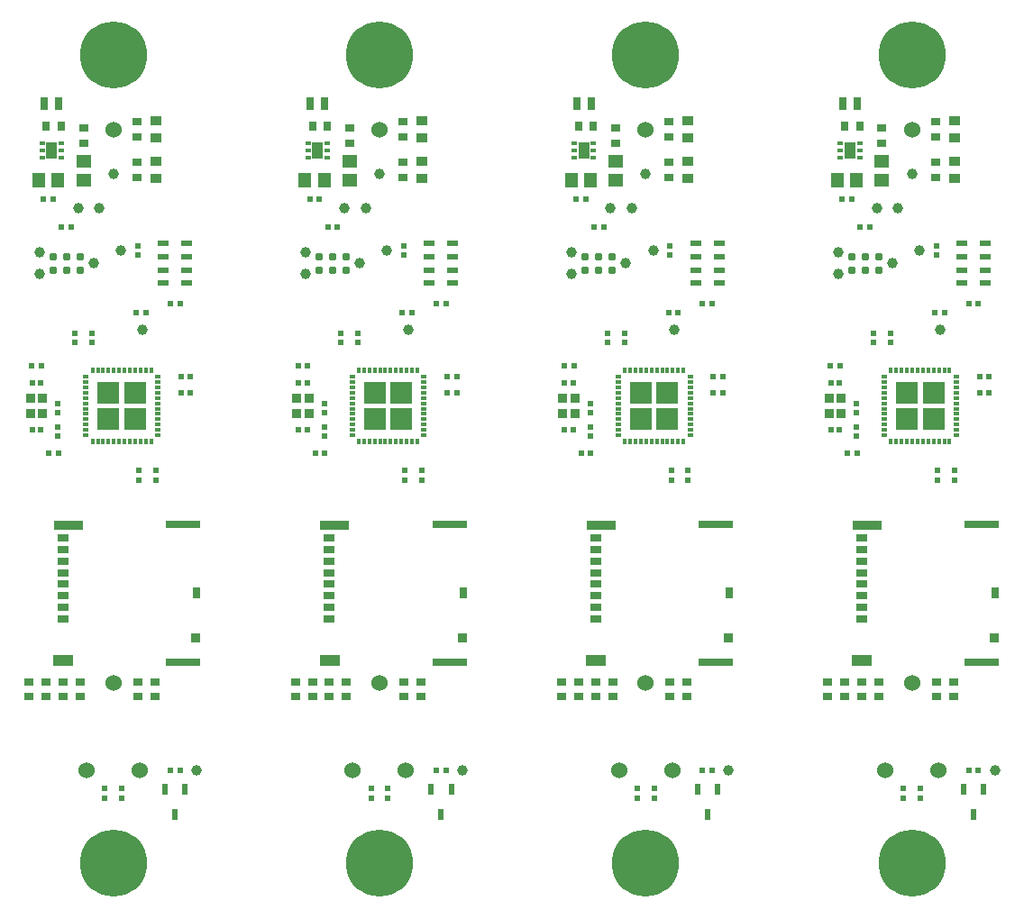
<source format=gts>
G04 #@! TF.GenerationSoftware,KiCad,Pcbnew,no-vcs-found-835c19f~60~ubuntu16.04.1*
G04 #@! TF.CreationDate,2017-10-18T23:44:36+01:00*
G04 #@! TF.ProjectId,panel_altimeter,70616E656C5F616C74696D657465722E,rev?*
G04 #@! TF.SameCoordinates,Original*
G04 #@! TF.FileFunction,Soldermask,Top*
G04 #@! TF.FilePolarity,Negative*
%FSLAX46Y46*%
G04 Gerber Fmt 4.6, Leading zero omitted, Abs format (unit mm)*
G04 Created by KiCad (PCBNEW no-vcs-found-835c19f~60~ubuntu16.04.1) date Wed Oct 18 23:44:36 2017*
%MOMM*%
%LPD*%
G01*
G04 APERTURE LIST*
%ADD10R,0.900000X0.750000*%
%ADD11R,0.620000X0.620000*%
%ADD12R,1.000000X0.950000*%
%ADD13R,0.750000X0.900000*%
%ADD14C,1.000000*%
%ADD15R,1.100000X0.600000*%
%ADD16C,0.600000*%
%ADD17C,6.300000*%
%ADD18R,1.450000X1.150000*%
%ADD19C,1.524000*%
%ADD20C,0.787000*%
%ADD21R,0.600000X1.000000*%
%ADD22R,0.520000X0.520000*%
%ADD23R,0.500000X0.400000*%
%ADD24R,1.000000X1.600000*%
%ADD25R,2.002000X2.002000*%
%ADD26R,0.300000X0.550000*%
%ADD27R,0.550000X0.300000*%
%ADD28R,0.850000X0.950000*%
%ADD29R,0.750000X1.300000*%
%ADD30R,0.780000X1.050000*%
%ADD31R,0.930000X0.900000*%
%ADD32R,3.330000X0.700000*%
%ADD33R,2.800000X0.860000*%
%ADD34R,1.830000X1.140000*%
%ADD35R,1.100000X0.700000*%
%ADD36R,1.150000X1.450000*%
G04 APERTURE END LIST*
D10*
X100700000Y-92300000D03*
X100700000Y-90900000D03*
X110900000Y-92300000D03*
X110900000Y-90900000D03*
D11*
X99350000Y-61200000D03*
X100250000Y-61200000D03*
D12*
X111000000Y-43600000D03*
X111000000Y-42000000D03*
D10*
X99100000Y-92300000D03*
X99100000Y-90900000D03*
D13*
X102100000Y-38700000D03*
X100700000Y-38700000D03*
D11*
X101800000Y-66950000D03*
X101800000Y-67850000D03*
X111000000Y-71950000D03*
X111000000Y-71050000D03*
D14*
X105700000Y-46400000D03*
D15*
X111700000Y-53475000D03*
X111700000Y-52225000D03*
X111700000Y-50975000D03*
X111700000Y-49725000D03*
X113900000Y-49725000D03*
X113900000Y-50975000D03*
X113900000Y-52225000D03*
X113900000Y-53475000D03*
D11*
X109400000Y-71050000D03*
X109400000Y-71950000D03*
D14*
X103700000Y-46400000D03*
D11*
X113250000Y-99200000D03*
X112350000Y-99200000D03*
D16*
X108800000Y-33800000D03*
X105200000Y-33800000D03*
X108800000Y-30200000D03*
X105200000Y-30200000D03*
X104500000Y-32000000D03*
X107000000Y-34500000D03*
X109500000Y-32000000D03*
X107000000Y-29500000D03*
D17*
X107000000Y-32000000D03*
D11*
X105000000Y-59050000D03*
X105000000Y-58150000D03*
X103400000Y-58150000D03*
X103400000Y-59050000D03*
D18*
X104200000Y-42000000D03*
X104200000Y-43800000D03*
D10*
X109200000Y-38300000D03*
X109200000Y-39700000D03*
X102300000Y-90900000D03*
X102300000Y-92300000D03*
D19*
X107000000Y-91000000D03*
X107000000Y-39000000D03*
D11*
X102150000Y-48200000D03*
X103050000Y-48200000D03*
D14*
X107700000Y-50400000D03*
D12*
X111000000Y-38200000D03*
X111000000Y-39800000D03*
D17*
X107000000Y-108000000D03*
D16*
X107000000Y-105500000D03*
X109500000Y-108000000D03*
X107000000Y-110500000D03*
X104500000Y-108000000D03*
X105200000Y-106200000D03*
X108800000Y-106200000D03*
X105200000Y-109800000D03*
X108800000Y-109800000D03*
D14*
X100060000Y-52611000D03*
X100060000Y-50579000D03*
X105140000Y-51595000D03*
D20*
X101330000Y-52230000D03*
X101330000Y-50960000D03*
X102600000Y-52230000D03*
X102600000Y-50960000D03*
X103870000Y-52230000D03*
X103870000Y-50960000D03*
D19*
X109500000Y-99250000D03*
X104500000Y-99250000D03*
D21*
X112800000Y-103350000D03*
X111850000Y-101050000D03*
X113750000Y-101050000D03*
D11*
X109300000Y-50850000D03*
X109300000Y-49950000D03*
D22*
X101800000Y-64800000D03*
X101800000Y-65600000D03*
D11*
X113250000Y-55400000D03*
X112350000Y-55400000D03*
D23*
X100300000Y-41650000D03*
X100300000Y-41000000D03*
X100300000Y-40350000D03*
X102100000Y-40350000D03*
X102100000Y-41000000D03*
X102100000Y-41650000D03*
D24*
X101200000Y-41000000D03*
D11*
X109150000Y-56200000D03*
X110050000Y-56200000D03*
D22*
X100200000Y-62800000D03*
X99400000Y-62800000D03*
D25*
X109050000Y-66250000D03*
X109050000Y-63750000D03*
X106550000Y-66250000D03*
X106550000Y-63750000D03*
D26*
X105050000Y-61625000D03*
X105550000Y-61625000D03*
X106050000Y-61625000D03*
X106550000Y-61625000D03*
X107050000Y-61625000D03*
X107550000Y-61625000D03*
X108050000Y-61625000D03*
X108550000Y-61625000D03*
X109050000Y-61625000D03*
X109550000Y-61625000D03*
X110050000Y-61625000D03*
X110550000Y-61625000D03*
D27*
X111175000Y-62250000D03*
X111175000Y-62750000D03*
X111175000Y-63250000D03*
X111175000Y-63750000D03*
X111175000Y-64250000D03*
X111175000Y-64750000D03*
X111175000Y-65250000D03*
X111175000Y-65750000D03*
X111175000Y-66250000D03*
X111175000Y-66750000D03*
X111175000Y-67250000D03*
X111175000Y-67750000D03*
D26*
X110550000Y-68375000D03*
X110050000Y-68375000D03*
X109550000Y-68375000D03*
X109050000Y-68375000D03*
X108550000Y-68375000D03*
X108050000Y-68375000D03*
X107550000Y-68375000D03*
X107050000Y-68375000D03*
X106550000Y-68375000D03*
X106050000Y-68375000D03*
X105550000Y-68375000D03*
X105050000Y-68375000D03*
D27*
X104425000Y-67750000D03*
X104425000Y-67250000D03*
X104425000Y-66750000D03*
X104425000Y-66250000D03*
X104425000Y-65750000D03*
X104425000Y-65250000D03*
X104425000Y-64750000D03*
X104425000Y-64250000D03*
X104425000Y-63750000D03*
X104425000Y-63250000D03*
X104425000Y-62750000D03*
X104425000Y-62250000D03*
D28*
X100375000Y-64275000D03*
X100375000Y-65725000D03*
X99225000Y-65725000D03*
X99225000Y-64275000D03*
D10*
X109300000Y-90900000D03*
X109300000Y-92300000D03*
D11*
X106200000Y-101850000D03*
X106200000Y-100950000D03*
D10*
X103900000Y-90900000D03*
X103900000Y-92300000D03*
D11*
X107800000Y-101850000D03*
X107800000Y-100950000D03*
D10*
X104200000Y-38900000D03*
X104200000Y-40300000D03*
D22*
X100200000Y-67200000D03*
X99400000Y-67200000D03*
D29*
X100525000Y-36600000D03*
X101875000Y-36600000D03*
D30*
X114840000Y-82525000D03*
D31*
X114765000Y-86790000D03*
D32*
X113565000Y-89100000D03*
X113565000Y-76140000D03*
D33*
X102800000Y-76220000D03*
D34*
X102315000Y-88880000D03*
D35*
X102300000Y-77400000D03*
X102300000Y-78500000D03*
X102300000Y-79600000D03*
X102300000Y-80700000D03*
X102300000Y-81700000D03*
X102300000Y-82800000D03*
X102300000Y-83900000D03*
X102300000Y-85000000D03*
D36*
X101800000Y-43800000D03*
X100000000Y-43800000D03*
D11*
X100450000Y-45600000D03*
X101350000Y-45600000D03*
X101850000Y-69400000D03*
X100950000Y-69400000D03*
D14*
X109700000Y-57800000D03*
D11*
X113350000Y-62200000D03*
X114250000Y-62200000D03*
D14*
X114800000Y-99200000D03*
X107000000Y-43200000D03*
D11*
X113350000Y-63800000D03*
X114250000Y-63800000D03*
D10*
X109200000Y-42100000D03*
X109200000Y-43500000D03*
X75700000Y-90900000D03*
X75700000Y-92300000D03*
X85900000Y-90900000D03*
X85900000Y-92300000D03*
D11*
X75250000Y-61200000D03*
X74350000Y-61200000D03*
D12*
X86000000Y-42000000D03*
X86000000Y-43600000D03*
D10*
X74100000Y-90900000D03*
X74100000Y-92300000D03*
D13*
X75700000Y-38700000D03*
X77100000Y-38700000D03*
D11*
X76800000Y-67850000D03*
X76800000Y-66950000D03*
X86000000Y-71050000D03*
X86000000Y-71950000D03*
D14*
X80700000Y-46400000D03*
D15*
X88900000Y-53475000D03*
X88900000Y-52225000D03*
X88900000Y-50975000D03*
X88900000Y-49725000D03*
X86700000Y-49725000D03*
X86700000Y-50975000D03*
X86700000Y-52225000D03*
X86700000Y-53475000D03*
D11*
X84400000Y-71950000D03*
X84400000Y-71050000D03*
D14*
X78700000Y-46400000D03*
D11*
X87350000Y-99200000D03*
X88250000Y-99200000D03*
D17*
X82000000Y-32000000D03*
D16*
X82000000Y-29500000D03*
X84500000Y-32000000D03*
X82000000Y-34500000D03*
X79500000Y-32000000D03*
X80200000Y-30200000D03*
X83800000Y-30200000D03*
X80200000Y-33800000D03*
X83800000Y-33800000D03*
D11*
X80000000Y-58150000D03*
X80000000Y-59050000D03*
X78400000Y-59050000D03*
X78400000Y-58150000D03*
D18*
X79200000Y-43800000D03*
X79200000Y-42000000D03*
D10*
X84200000Y-39700000D03*
X84200000Y-38300000D03*
X77300000Y-92300000D03*
X77300000Y-90900000D03*
D19*
X82000000Y-39000000D03*
X82000000Y-91000000D03*
D11*
X78050000Y-48200000D03*
X77150000Y-48200000D03*
D14*
X82700000Y-50400000D03*
D12*
X86000000Y-39800000D03*
X86000000Y-38200000D03*
D16*
X83800000Y-109800000D03*
X80200000Y-109800000D03*
X83800000Y-106200000D03*
X80200000Y-106200000D03*
X79500000Y-108000000D03*
X82000000Y-110500000D03*
X84500000Y-108000000D03*
X82000000Y-105500000D03*
D17*
X82000000Y-108000000D03*
D20*
X78870000Y-50960000D03*
X78870000Y-52230000D03*
X77600000Y-50960000D03*
X77600000Y-52230000D03*
X76330000Y-50960000D03*
X76330000Y-52230000D03*
D14*
X80140000Y-51595000D03*
X75060000Y-50579000D03*
X75060000Y-52611000D03*
D19*
X79500000Y-99250000D03*
X84500000Y-99250000D03*
D21*
X88750000Y-101050000D03*
X86850000Y-101050000D03*
X87800000Y-103350000D03*
D11*
X84300000Y-49950000D03*
X84300000Y-50850000D03*
D24*
X76200000Y-41000000D03*
D23*
X77100000Y-41650000D03*
X77100000Y-41000000D03*
X77100000Y-40350000D03*
X75300000Y-40350000D03*
X75300000Y-41000000D03*
X75300000Y-41650000D03*
D11*
X85050000Y-56200000D03*
X84150000Y-56200000D03*
D22*
X74400000Y-62800000D03*
X75200000Y-62800000D03*
D27*
X79425000Y-62250000D03*
X79425000Y-62750000D03*
X79425000Y-63250000D03*
X79425000Y-63750000D03*
X79425000Y-64250000D03*
X79425000Y-64750000D03*
X79425000Y-65250000D03*
X79425000Y-65750000D03*
X79425000Y-66250000D03*
X79425000Y-66750000D03*
X79425000Y-67250000D03*
X79425000Y-67750000D03*
D26*
X80050000Y-68375000D03*
X80550000Y-68375000D03*
X81050000Y-68375000D03*
X81550000Y-68375000D03*
X82050000Y-68375000D03*
X82550000Y-68375000D03*
X83050000Y-68375000D03*
X83550000Y-68375000D03*
X84050000Y-68375000D03*
X84550000Y-68375000D03*
X85050000Y-68375000D03*
X85550000Y-68375000D03*
D27*
X86175000Y-67750000D03*
X86175000Y-67250000D03*
X86175000Y-66750000D03*
X86175000Y-66250000D03*
X86175000Y-65750000D03*
X86175000Y-65250000D03*
X86175000Y-64750000D03*
X86175000Y-64250000D03*
X86175000Y-63750000D03*
X86175000Y-63250000D03*
X86175000Y-62750000D03*
X86175000Y-62250000D03*
D26*
X85550000Y-61625000D03*
X85050000Y-61625000D03*
X84550000Y-61625000D03*
X84050000Y-61625000D03*
X83550000Y-61625000D03*
X83050000Y-61625000D03*
X82550000Y-61625000D03*
X82050000Y-61625000D03*
X81550000Y-61625000D03*
X81050000Y-61625000D03*
X80550000Y-61625000D03*
X80050000Y-61625000D03*
D25*
X81550000Y-63750000D03*
X81550000Y-66250000D03*
X84050000Y-63750000D03*
X84050000Y-66250000D03*
D28*
X74225000Y-64275000D03*
X74225000Y-65725000D03*
X75375000Y-65725000D03*
X75375000Y-64275000D03*
D10*
X84300000Y-92300000D03*
X84300000Y-90900000D03*
D11*
X81200000Y-100950000D03*
X81200000Y-101850000D03*
D10*
X78900000Y-92300000D03*
X78900000Y-90900000D03*
D11*
X82800000Y-100950000D03*
X82800000Y-101850000D03*
D10*
X79200000Y-40300000D03*
X79200000Y-38900000D03*
D22*
X74400000Y-67200000D03*
X75200000Y-67200000D03*
D29*
X76875000Y-36600000D03*
X75525000Y-36600000D03*
D35*
X77300000Y-85000000D03*
X77300000Y-83900000D03*
X77300000Y-82800000D03*
X77300000Y-81700000D03*
X77300000Y-80700000D03*
X77300000Y-79600000D03*
X77300000Y-78500000D03*
X77300000Y-77400000D03*
D34*
X77315000Y-88880000D03*
D33*
X77800000Y-76220000D03*
D32*
X88565000Y-76140000D03*
X88565000Y-89100000D03*
D31*
X89765000Y-86790000D03*
D30*
X89840000Y-82525000D03*
D36*
X75000000Y-43800000D03*
X76800000Y-43800000D03*
D11*
X76350000Y-45600000D03*
X75450000Y-45600000D03*
X75950000Y-69400000D03*
X76850000Y-69400000D03*
D14*
X84700000Y-57800000D03*
D11*
X89250000Y-62200000D03*
X88350000Y-62200000D03*
D14*
X89800000Y-99200000D03*
X82000000Y-43200000D03*
D11*
X89250000Y-63800000D03*
X88350000Y-63800000D03*
D10*
X84200000Y-43500000D03*
X84200000Y-42100000D03*
D22*
X76800000Y-65600000D03*
X76800000Y-64800000D03*
D11*
X87350000Y-55400000D03*
X88250000Y-55400000D03*
D17*
X57000000Y-108000000D03*
D16*
X57000000Y-105500000D03*
X59500000Y-108000000D03*
X57000000Y-110500000D03*
X54500000Y-108000000D03*
X55200000Y-106200000D03*
X58800000Y-106200000D03*
X55200000Y-109800000D03*
X58800000Y-109800000D03*
D14*
X50060000Y-52611000D03*
X50060000Y-50579000D03*
X55140000Y-51595000D03*
D20*
X51330000Y-52230000D03*
X51330000Y-50960000D03*
X52600000Y-52230000D03*
X52600000Y-50960000D03*
X53870000Y-52230000D03*
X53870000Y-50960000D03*
D19*
X59500000Y-99250000D03*
X54500000Y-99250000D03*
D23*
X50300000Y-41650000D03*
X50300000Y-41000000D03*
X50300000Y-40350000D03*
X52100000Y-40350000D03*
X52100000Y-41000000D03*
X52100000Y-41650000D03*
D24*
X51200000Y-41000000D03*
D11*
X59150000Y-56200000D03*
X60050000Y-56200000D03*
D25*
X59050000Y-66250000D03*
X59050000Y-63750000D03*
X56550000Y-66250000D03*
X56550000Y-63750000D03*
D26*
X55050000Y-61625000D03*
X55550000Y-61625000D03*
X56050000Y-61625000D03*
X56550000Y-61625000D03*
X57050000Y-61625000D03*
X57550000Y-61625000D03*
X58050000Y-61625000D03*
X58550000Y-61625000D03*
X59050000Y-61625000D03*
X59550000Y-61625000D03*
X60050000Y-61625000D03*
X60550000Y-61625000D03*
D27*
X61175000Y-62250000D03*
X61175000Y-62750000D03*
X61175000Y-63250000D03*
X61175000Y-63750000D03*
X61175000Y-64250000D03*
X61175000Y-64750000D03*
X61175000Y-65250000D03*
X61175000Y-65750000D03*
X61175000Y-66250000D03*
X61175000Y-66750000D03*
X61175000Y-67250000D03*
X61175000Y-67750000D03*
D26*
X60550000Y-68375000D03*
X60050000Y-68375000D03*
X59550000Y-68375000D03*
X59050000Y-68375000D03*
X58550000Y-68375000D03*
X58050000Y-68375000D03*
X57550000Y-68375000D03*
X57050000Y-68375000D03*
X56550000Y-68375000D03*
X56050000Y-68375000D03*
X55550000Y-68375000D03*
X55050000Y-68375000D03*
D27*
X54425000Y-67750000D03*
X54425000Y-67250000D03*
X54425000Y-66750000D03*
X54425000Y-66250000D03*
X54425000Y-65750000D03*
X54425000Y-65250000D03*
X54425000Y-64750000D03*
X54425000Y-64250000D03*
X54425000Y-63750000D03*
X54425000Y-63250000D03*
X54425000Y-62750000D03*
X54425000Y-62250000D03*
D10*
X59300000Y-90900000D03*
X59300000Y-92300000D03*
D11*
X56200000Y-101850000D03*
X56200000Y-100950000D03*
D28*
X50375000Y-64275000D03*
X50375000Y-65725000D03*
X49225000Y-65725000D03*
X49225000Y-64275000D03*
D11*
X57800000Y-101850000D03*
X57800000Y-100950000D03*
D10*
X54200000Y-38900000D03*
X54200000Y-40300000D03*
D11*
X59300000Y-50850000D03*
X59300000Y-49950000D03*
D10*
X59200000Y-42100000D03*
X59200000Y-43500000D03*
X59200000Y-38300000D03*
X59200000Y-39700000D03*
D13*
X52100000Y-38700000D03*
X50700000Y-38700000D03*
D16*
X58800000Y-33800000D03*
X55200000Y-33800000D03*
X58800000Y-30200000D03*
X55200000Y-30200000D03*
X54500000Y-32000000D03*
X57000000Y-34500000D03*
X59500000Y-32000000D03*
X57000000Y-29500000D03*
D17*
X57000000Y-32000000D03*
D11*
X63250000Y-55400000D03*
X62350000Y-55400000D03*
D22*
X50200000Y-67200000D03*
X49400000Y-67200000D03*
D11*
X52150000Y-48200000D03*
X53050000Y-48200000D03*
X50450000Y-45600000D03*
X51350000Y-45600000D03*
D36*
X51800000Y-43800000D03*
X50000000Y-43800000D03*
D11*
X55000000Y-59050000D03*
X55000000Y-58150000D03*
D10*
X53900000Y-90900000D03*
X53900000Y-92300000D03*
D22*
X51800000Y-64800000D03*
X51800000Y-65600000D03*
D19*
X57000000Y-91000000D03*
X57000000Y-39000000D03*
D11*
X53400000Y-58150000D03*
X53400000Y-59050000D03*
D18*
X54200000Y-42000000D03*
X54200000Y-43800000D03*
D10*
X49100000Y-92300000D03*
X49100000Y-90900000D03*
X52300000Y-90900000D03*
X52300000Y-92300000D03*
D11*
X59400000Y-71050000D03*
X59400000Y-71950000D03*
D29*
X50525000Y-36600000D03*
X51875000Y-36600000D03*
D21*
X62800000Y-103350000D03*
X61850000Y-101050000D03*
X63750000Y-101050000D03*
D22*
X50200000Y-62800000D03*
X49400000Y-62800000D03*
D11*
X51800000Y-66950000D03*
X51800000Y-67850000D03*
D12*
X61000000Y-43600000D03*
X61000000Y-42000000D03*
D14*
X64800000Y-99200000D03*
D11*
X49350000Y-61200000D03*
X50250000Y-61200000D03*
D10*
X60900000Y-92300000D03*
X60900000Y-90900000D03*
D11*
X61000000Y-71950000D03*
X61000000Y-71050000D03*
X63350000Y-62200000D03*
X64250000Y-62200000D03*
D15*
X61700000Y-53475000D03*
X61700000Y-52225000D03*
X61700000Y-50975000D03*
X61700000Y-49725000D03*
X63900000Y-49725000D03*
X63900000Y-50975000D03*
X63900000Y-52225000D03*
X63900000Y-53475000D03*
D14*
X57700000Y-50400000D03*
X55700000Y-46400000D03*
X57000000Y-43200000D03*
D11*
X51850000Y-69400000D03*
X50950000Y-69400000D03*
X63350000Y-63800000D03*
X64250000Y-63800000D03*
D10*
X50700000Y-92300000D03*
X50700000Y-90900000D03*
D12*
X61000000Y-38200000D03*
X61000000Y-39800000D03*
D14*
X53700000Y-46400000D03*
X59700000Y-57800000D03*
D30*
X64840000Y-82525000D03*
D31*
X64765000Y-86790000D03*
D32*
X63565000Y-89100000D03*
X63565000Y-76140000D03*
D33*
X52800000Y-76220000D03*
D34*
X52315000Y-88880000D03*
D35*
X52300000Y-77400000D03*
X52300000Y-78500000D03*
X52300000Y-79600000D03*
X52300000Y-80700000D03*
X52300000Y-81700000D03*
X52300000Y-82800000D03*
X52300000Y-83900000D03*
X52300000Y-85000000D03*
D11*
X63250000Y-99200000D03*
X62350000Y-99200000D03*
D19*
X32000000Y-39000000D03*
X32000000Y-91000000D03*
D11*
X37350000Y-55400000D03*
X38250000Y-55400000D03*
D18*
X29200000Y-43800000D03*
X29200000Y-42000000D03*
D36*
X25000000Y-43800000D03*
X26800000Y-43800000D03*
D10*
X27300000Y-92300000D03*
X27300000Y-90900000D03*
D11*
X26350000Y-45600000D03*
X25450000Y-45600000D03*
X26800000Y-67850000D03*
X26800000Y-66950000D03*
D22*
X24400000Y-62800000D03*
X25200000Y-62800000D03*
X24400000Y-67200000D03*
X25200000Y-67200000D03*
D11*
X28050000Y-48200000D03*
X27150000Y-48200000D03*
X30000000Y-58150000D03*
X30000000Y-59050000D03*
X28400000Y-59050000D03*
X28400000Y-58150000D03*
X34400000Y-71950000D03*
X34400000Y-71050000D03*
X25250000Y-61200000D03*
X24350000Y-61200000D03*
X39250000Y-62200000D03*
X38350000Y-62200000D03*
X36000000Y-71050000D03*
X36000000Y-71950000D03*
X25950000Y-69400000D03*
X26850000Y-69400000D03*
X39250000Y-63800000D03*
X38350000Y-63800000D03*
D12*
X36000000Y-39800000D03*
X36000000Y-38200000D03*
X36000000Y-42000000D03*
X36000000Y-43600000D03*
D15*
X38900000Y-53475000D03*
X38900000Y-52225000D03*
X38900000Y-50975000D03*
X38900000Y-49725000D03*
X36700000Y-49725000D03*
X36700000Y-50975000D03*
X36700000Y-52225000D03*
X36700000Y-53475000D03*
D27*
X29425000Y-62250000D03*
X29425000Y-62750000D03*
X29425000Y-63250000D03*
X29425000Y-63750000D03*
X29425000Y-64250000D03*
X29425000Y-64750000D03*
X29425000Y-65250000D03*
X29425000Y-65750000D03*
X29425000Y-66250000D03*
X29425000Y-66750000D03*
X29425000Y-67250000D03*
X29425000Y-67750000D03*
D26*
X30050000Y-68375000D03*
X30550000Y-68375000D03*
X31050000Y-68375000D03*
X31550000Y-68375000D03*
X32050000Y-68375000D03*
X32550000Y-68375000D03*
X33050000Y-68375000D03*
X33550000Y-68375000D03*
X34050000Y-68375000D03*
X34550000Y-68375000D03*
X35050000Y-68375000D03*
X35550000Y-68375000D03*
D27*
X36175000Y-67750000D03*
X36175000Y-67250000D03*
X36175000Y-66750000D03*
X36175000Y-66250000D03*
X36175000Y-65750000D03*
X36175000Y-65250000D03*
X36175000Y-64750000D03*
X36175000Y-64250000D03*
X36175000Y-63750000D03*
X36175000Y-63250000D03*
X36175000Y-62750000D03*
X36175000Y-62250000D03*
D26*
X35550000Y-61625000D03*
X35050000Y-61625000D03*
X34550000Y-61625000D03*
X34050000Y-61625000D03*
X33550000Y-61625000D03*
X33050000Y-61625000D03*
X32550000Y-61625000D03*
X32050000Y-61625000D03*
X31550000Y-61625000D03*
X31050000Y-61625000D03*
X30550000Y-61625000D03*
X30050000Y-61625000D03*
D25*
X31550000Y-63750000D03*
X31550000Y-66250000D03*
X34050000Y-63750000D03*
X34050000Y-66250000D03*
D29*
X26875000Y-36600000D03*
X25525000Y-36600000D03*
D19*
X29500000Y-99250000D03*
X34500000Y-99250000D03*
D20*
X28870000Y-50960000D03*
X28870000Y-52230000D03*
X27600000Y-50960000D03*
X27600000Y-52230000D03*
X26330000Y-50960000D03*
X26330000Y-52230000D03*
D14*
X30140000Y-51595000D03*
X25060000Y-50579000D03*
X25060000Y-52611000D03*
D21*
X38750000Y-101050000D03*
X36850000Y-101050000D03*
X37800000Y-103350000D03*
D10*
X25700000Y-90900000D03*
X25700000Y-92300000D03*
D11*
X37350000Y-99200000D03*
X38250000Y-99200000D03*
D10*
X24100000Y-90900000D03*
X24100000Y-92300000D03*
D11*
X32800000Y-100950000D03*
X32800000Y-101850000D03*
D10*
X35900000Y-90900000D03*
X35900000Y-92300000D03*
D11*
X31200000Y-100950000D03*
X31200000Y-101850000D03*
D10*
X34300000Y-92300000D03*
X34300000Y-90900000D03*
X28900000Y-92300000D03*
X28900000Y-90900000D03*
D13*
X25700000Y-38700000D03*
X27100000Y-38700000D03*
D11*
X35050000Y-56200000D03*
X34150000Y-56200000D03*
D10*
X29200000Y-40300000D03*
X29200000Y-38900000D03*
D11*
X34300000Y-49950000D03*
X34300000Y-50850000D03*
D10*
X34200000Y-39700000D03*
X34200000Y-38300000D03*
X34200000Y-43500000D03*
X34200000Y-42100000D03*
D22*
X26800000Y-65600000D03*
X26800000Y-64800000D03*
D14*
X39800000Y-99200000D03*
X32000000Y-43200000D03*
X30700000Y-46400000D03*
X32700000Y-50400000D03*
X34700000Y-57800000D03*
X28700000Y-46400000D03*
D35*
X27300000Y-85000000D03*
X27300000Y-83900000D03*
X27300000Y-82800000D03*
X27300000Y-81700000D03*
X27300000Y-80700000D03*
X27300000Y-79600000D03*
X27300000Y-78500000D03*
X27300000Y-77400000D03*
D34*
X27315000Y-88880000D03*
D33*
X27800000Y-76220000D03*
D32*
X38565000Y-76140000D03*
X38565000Y-89100000D03*
D31*
X39765000Y-86790000D03*
D30*
X39840000Y-82525000D03*
D17*
X32000000Y-32000000D03*
D16*
X32000000Y-29500000D03*
X34500000Y-32000000D03*
X32000000Y-34500000D03*
X29500000Y-32000000D03*
X30200000Y-30200000D03*
X33800000Y-30200000D03*
X30200000Y-33800000D03*
X33800000Y-33800000D03*
X33800000Y-109800000D03*
X30200000Y-109800000D03*
X33800000Y-106200000D03*
X30200000Y-106200000D03*
X29500000Y-108000000D03*
X32000000Y-110500000D03*
X34500000Y-108000000D03*
X32000000Y-105500000D03*
D17*
X32000000Y-108000000D03*
D28*
X24225000Y-64275000D03*
X24225000Y-65725000D03*
X25375000Y-65725000D03*
X25375000Y-64275000D03*
D24*
X26200000Y-41000000D03*
D23*
X27100000Y-41650000D03*
X27100000Y-41000000D03*
X27100000Y-40350000D03*
X25300000Y-40350000D03*
X25300000Y-41000000D03*
X25300000Y-41650000D03*
M02*

</source>
